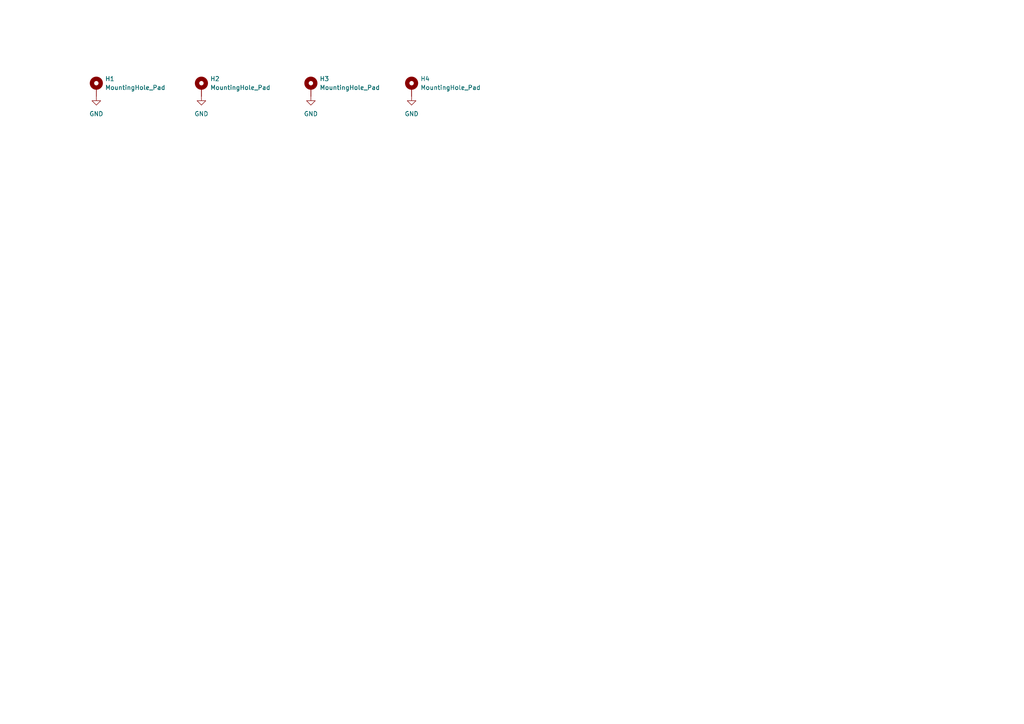
<source format=kicad_sch>
(kicad_sch (version 20231120) (generator "eeschema") (generator_version "8.0")
  (paper "A4")
  (lib_symbols
    (symbol "Mechanical:MountingHole_Pad" (pin_numbers hide) (pin_names (offset 1.016) hide)
      (property "Reference" "H" (at 0 6.35 0))
      (property "Value" "MountingHole_Pad" (at 0 4.445 0))
      (symbol "MountingHole_Pad_0_1"
        (circle (center 0 1.27) (radius 1.27) (stroke (width 1.27)))
      )
      (symbol "MountingHole_Pad_1_1"
        (pin input line (at 0 -2.54 90) (length 2.54) (name "1") (number "1"))
      )
    )
    (symbol "power:GND" (power) (pin_names (offset 0))
      (property "Value" "GND" (at 0 -3.81 0))
      (symbol "GND_0_1"
        (polyline (pts (xy 0 0) (xy 0 -1.27) (xy 1.27 -1.27) (xy 0 -2.54) (xy -1.27 -1.27) (xy 0 -1.27)))
      )
      (symbol "GND_1_1"
        (pin power_in line (at 0 0 270) (length 0) hide (name "GND") (number "1"))
      )
    )
  )
  (symbol (lib_id "Mechanical:MountingHole_Pad") (at 58.42 25.4 0) (unit 1)
    (property "Reference" "H2" (at 60.96 22.86 0) (effects (justify left)))
    (property "Value" "MountingHole_Pad" (at 60.96 25.4 0) (effects (justify left)))
    (property "Footprint" "Project:MountingHole_4.3mm_M4_Pad_Via_Custom" (effects (hide yes)))
    (property "Note" "DNP" (effects (hide yes)))
    (property "Assemby" "Copper pad: no assembly required" (effects (hide yes)))
  )
  (symbol (lib_id "power:GND") (at 119.38 27.94 0) (unit 1)
    (property "Reference" "#PWR0232" (effects (hide yes)))
    (property "Value" "GND" (at 119.38 33.02 0))
  )
  (symbol (lib_id "Mechanical:MountingHole_Pad") (at 90.17 25.4 0) (unit 1)
    (property "Reference" "H3" (at 92.71 22.86 0) (effects (justify left)))
    (property "Value" "MountingHole_Pad" (at 92.71 25.4 0) (effects (justify left)))
    (property "Footprint" "Project:MountingHole_4.3mm_M4_Pad_Via_Custom" (effects (hide yes)))
    (property "Note" "DNP" (effects (hide yes)))
    (property "Assemby" "Copper pad: no assembly required" (effects (hide yes)))
  )
  (symbol (lib_id "power:GND") (at 58.42 27.94 0) (unit 1)
    (property "Reference" "#PWR0230" (effects (hide yes)))
    (property "Value" "GND" (at 58.42 33.02 0))
  )
  (symbol (lib_id "Mechanical:MountingHole_Pad") (at 27.94 25.4 0) (unit 1)
    (property "Reference" "H1" (at 30.48 22.86 0) (effects (justify left)))
    (property "Value" "MountingHole_Pad" (at 30.48 25.4 0) (effects (justify left)))
    (property "Footprint" "Project:MountingHole_4.3mm_M4_Pad_Via_Custom" (effects (hide yes)))
    (property "Note" "DNP" (effects (hide yes)))
    (property "Assemby" "Copper pad: no assembly required" (effects (hide yes)))
  )
  (symbol (lib_id "Mechanical:MountingHole_Pad") (at 119.38 25.4 0) (unit 1)
    (property "Reference" "H4" (at 121.92 22.86 0) (effects (justify left)))
    (property "Value" "MountingHole_Pad" (at 121.92 25.4 0) (effects (justify left)))
    (property "Footprint" "Project:MountingHole_4.3mm_M4_Pad_Via_Custom" (effects (hide yes)))
    (property "Note" "DNP" (effects (hide yes)))
    (property "Assemby" "Copper pad: no assembly required" (effects (hide yes)))
  )
  (symbol (lib_id "power:GND") (at 90.17 27.94 0) (unit 1)
    (property "Reference" "#PWR0231" (effects (hide yes)))
    (property "Value" "GND" (at 90.17 33.02 0))
  )
  (symbol (lib_id "power:GND") (at 27.94 27.94 0) (unit 1)
    (property "Reference" "#PWR0229" (effects (hide yes)))
    (property "Value" "GND" (at 27.94 33.02 0))
  )
)
</source>
